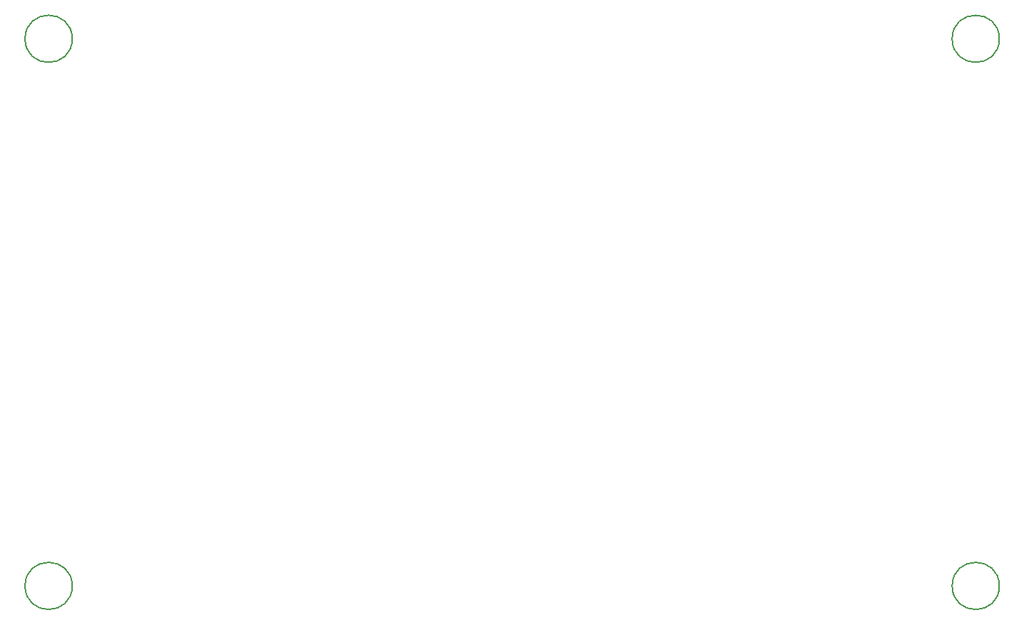
<source format=gbr>
%TF.GenerationSoftware,KiCad,Pcbnew,7.0.6*%
%TF.CreationDate,2023-07-11T08:11:05-07:00*%
%TF.ProjectId,Thermo-RTD-8-v1_5,54686572-6d6f-42d5-9254-442d382d7631,rev?*%
%TF.SameCoordinates,Original*%
%TF.FileFunction,Other,Comment*%
%FSLAX46Y46*%
G04 Gerber Fmt 4.6, Leading zero omitted, Abs format (unit mm)*
G04 Created by KiCad (PCBNEW 7.0.6) date 2023-07-11 08:11:05*
%MOMM*%
%LPD*%
G01*
G04 APERTURE LIST*
%ADD10C,0.150000*%
G04 APERTURE END LIST*
D10*
%TO.C,H103*%
X115300000Y2500000D02*
G75*
G03*
X115300000Y2500000I-2800000J0D01*
G01*
%TO.C,H101*%
X5300000Y67500000D02*
G75*
G03*
X5300000Y67500000I-2800000J0D01*
G01*
%TO.C,H102*%
X115300000Y67500000D02*
G75*
G03*
X115300000Y67500000I-2800000J0D01*
G01*
%TO.C,H104*%
X5300000Y2500000D02*
G75*
G03*
X5300000Y2500000I-2800000J0D01*
G01*
%TD*%
M02*

</source>
